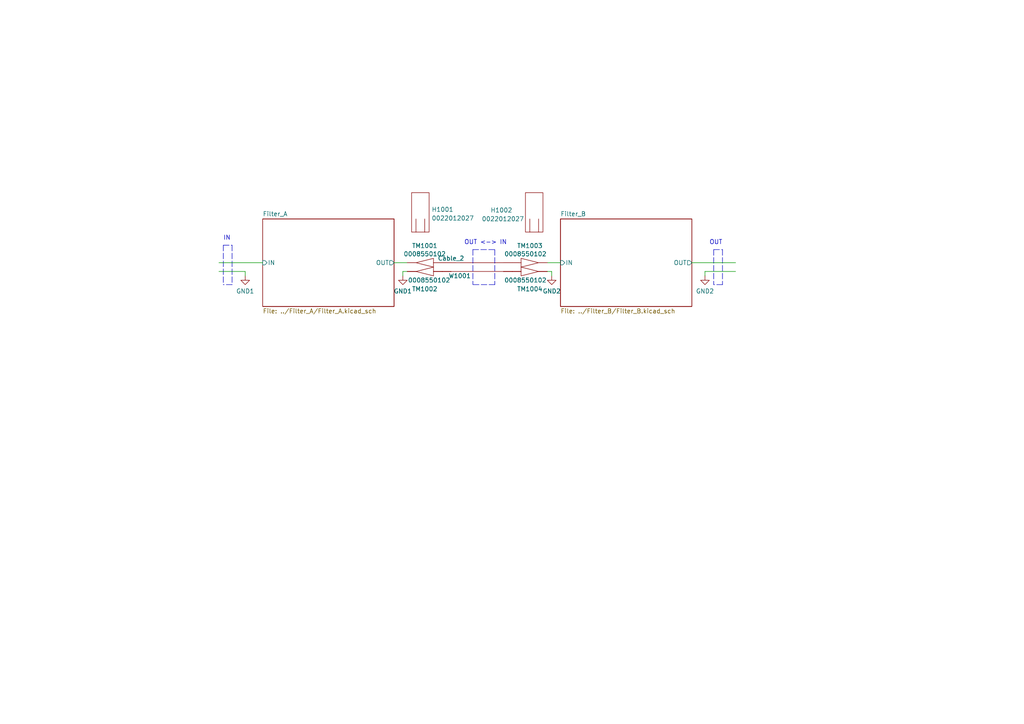
<source format=kicad_sch>
(kicad_sch (version 20211123) (generator eeschema)
  (paper "A4")
  (title_block (title "Filter A + B (Top level)"))
  (lib_symbols
    (symbol "Syms:Cable_2" (pin_numbers hide) (pin_names hide) (on_board no)
      (property "Reference" "W?" (at 0 2.54 0))
      (property "Value" "Cable_2" (at 0 -2.54 0))
      (symbol "Cable_2_0_1"
        (polyline (pts (xy -7.62 -1.27) (xy 7.62 -1.27)) (stroke (width 0.1524)))
        (polyline (pts (xy -7.62 1.27) (xy 7.62 1.27)) (stroke (width 0.1524)))
      )
      (symbol "Cable_2_1_1"
        (pin passive line (at -10.16 1.27 0) (length 2.54) (name "A1") (number ""))
        (pin passive line (at -10.16 -1.27 0) (length 2.54) (name "A2") (number ""))
        (pin passive line (at 10.16 1.27 180) (length 2.54) (name "B1") (number ""))
        (pin passive line (at 10.16 -1.27 180) (length 2.54) (name "B2") (number ""))
      )
    )
    (symbol "Syms:Housing_2" (pin_numbers hide) (pin_names hide)
      (property "Reference" "H?" (at 0 7.62 0))
      (property "Value" "Housing_2" (at 0 -6.35 0))
      (symbol "Housing_2_0_1"
        (polyline (pts (xy -1.27 -5.08) (xy -1.27 -1.27)) (stroke (width 0.1524)))
        (polyline (pts (xy 1.27 -5.08) (xy 1.27 -1.27)) (stroke (width 0.1524)))
        (polyline (pts (xy -2.54 6.35) (xy 2.54 6.35) (xy 2.54 -5.08) (xy -2.54 -5.08) (xy -2.54 6.35)) (stroke (width 0.1524)))
      )
    )
    (symbol "Syms:Terminal" (pin_numbers hide) (pin_names hide)
      (property "Reference" "TM?" (at 0 2.54 0))
      (property "Value" "Terminal" (at 0 -2.54 0))
      (symbol "Terminal_0_1"
        (polyline (pts (xy -2.54 1.27) (xy -2.54 -1.27) (xy 2.54 0) (xy -2.54 1.27)) (stroke (width 0.1524)))
      )
      (symbol "Terminal_1_1"
        (pin passive line (at -5.08 0 0) (length 2.54) (name "1") (number ""))
        (pin passive line (at 5.08 0 180) (length 2.54) (name "2") (number ""))
      )
    )
    (symbol "Terminal_1" (pin_numbers hide) (pin_names hide)
      (property "Reference" "TM?" (at 0 2.54 0))
      (property "Value" "Terminal_1" (at 0 -2.54 0))
      (symbol "Terminal_1_0_1"
        (polyline (pts (xy -2.54 1.27) (xy -2.54 -1.27) (xy 2.54 0) (xy -2.54 1.27)) (stroke (width 0.1524)))
      )
      (symbol "Terminal_1_1_1"
        (pin passive line (at -5.08 0 0) (length 2.54) (name "1") (number ""))
        (pin passive line (at 5.08 0 180) (length 2.54) (name "2") (number ""))
      )
    )
    (symbol "Terminal_2" (pin_numbers hide) (pin_names hide)
      (property "Reference" "TM?" (at 0 2.54 0))
      (property "Value" "Terminal_2" (at 0 -2.54 0))
      (symbol "Terminal_2_0_1"
        (polyline (pts (xy -2.54 1.27) (xy -2.54 -1.27) (xy 2.54 0) (xy -2.54 1.27)) (stroke (width 0.1524)))
      )
      (symbol "Terminal_2_1_1"
        (pin passive line (at -5.08 0 0) (length 2.54) (name "1") (number ""))
        (pin passive line (at 5.08 0 180) (length 2.54) (name "2") (number ""))
      )
    )
    (symbol "Terminal_3" (pin_numbers hide) (pin_names hide)
      (property "Reference" "TM?" (at 0 2.54 0))
      (property "Value" "Terminal_3" (at 0 -2.54 0))
      (symbol "Terminal_3_0_1"
        (polyline (pts (xy -2.54 1.27) (xy -2.54 -1.27) (xy 2.54 0) (xy -2.54 1.27)) (stroke (width 0.1524)))
      )
      (symbol "Terminal_3_1_1"
        (pin passive line (at -5.08 0 0) (length 2.54) (name "1") (number ""))
        (pin passive line (at 5.08 0 180) (length 2.54) (name "2") (number ""))
      )
    )
    (symbol "power:GND1" (power) (pin_names (offset 0))
      (property "Value" "GND1" (at 0 -3.81 0))
      (symbol "GND1_0_1"
        (polyline (pts (xy 0 0) (xy 0 -1.27) (xy 1.27 -1.27) (xy 0 -2.54) (xy -1.27 -1.27) (xy 0 -1.27)))
      )
      (symbol "GND1_1_1"
        (pin power_in line (at 0 0 270) (length 0) hide (name "GND1") (number "1"))
      )
    )
    (symbol "power:GND2" (power) (pin_names (offset 0))
      (property "Value" "GND2" (at 0 -3.81 0))
      (symbol "GND2_0_1"
        (polyline (pts (xy 0 0) (xy 0 -1.27) (xy 1.27 -1.27) (xy 0 -2.54) (xy -1.27 -1.27) (xy 0 -1.27)))
      )
      (symbol "GND2_1_1"
        (pin power_in line (at 0 0 270) (length 0) hide (name "GND2") (number "1"))
      )
    )
  )
  (wire (pts (xy 204.47 78.74) (xy 213.36 78.74)))
  (polyline (pts (xy 143.51 82.55) (xy 137.16 82.55)))
  (polyline (pts (xy 143.51 72.39) (xy 143.51 82.55)))
  (wire (pts (xy 71.12 80.01) (xy 71.12 78.74)))
  (wire (pts (xy 158.75 78.74) (xy 160.02 78.74)))
  (wire (pts (xy 204.47 80.01) (xy 204.47 78.74)))
  (wire (pts (xy 200.66 76.2) (xy 213.36 76.2)))
  (polyline (pts (xy 209.55 72.39) (xy 209.55 82.55)))
  (polyline (pts (xy 137.16 72.39) (xy 143.51 72.39)))
  (wire (pts (xy 160.02 78.74) (xy 160.02 80.01)))
  (wire (pts (xy 114.3 76.2) (xy 118.11 76.2)))
  (polyline (pts (xy 64.77 71.12) (xy 67.31 71.12)))
  (polyline (pts (xy 207.01 72.39) (xy 207.01 82.55)))
  (polyline (pts (xy 67.31 71.12) (xy 67.31 82.55)))
  (polyline (pts (xy 137.16 72.39) (xy 137.16 82.55)))
  (polyline (pts (xy 67.31 82.55) (xy 64.77 82.55)))
  (wire (pts (xy 63.5 78.74) (xy 71.12 78.74)))
  (wire (pts (xy 116.84 78.74) (xy 118.11 78.74)))
  (wire (pts (xy 158.75 76.2) (xy 162.56 76.2)))
  (wire (pts (xy 63.5 76.2) (xy 76.2 76.2)))
  (polyline (pts (xy 207.01 72.39) (xy 209.55 72.39)))
  (polyline (pts (xy 209.55 82.55) (xy 207.01 82.55)))
  (wire (pts (xy 116.84 80.01) (xy 116.84 78.74)))
  (polyline (pts (xy 64.77 71.12) (xy 64.77 82.55)))
  (text "OUT <-> IN" (at 134.62 71.12 0) (effects (font (size 1.27 1.27)) (justify left bottom)))
  (text "OUT" (at 205.74 71.12 0) (effects (font (size 1.27 1.27)) (justify left bottom)))
  (text "IN" (at 64.77 69.85 0) (effects (font (size 1.27 1.27)) (justify left bottom)))
  (symbol (lib_id "power:GND1") (at 71.12 80.01 0) (unit 1)
    (property "Reference" "#PWR0106" (effects hide))
    (property "Value" "GND1" (at 71.12 84.4534 0))
  )
  (symbol (lib_name "Terminal_1") (lib_id "Syms:Terminal") (at 123.19 76.2 180) (unit 1)
    (property "Reference" "TM1001" (at 123.19 71.281 0))
    (property "Value" "0008550102" (at 123.19 73.66 0))
    (property "Datasheet" "https://www.molex.com/pdm_docs/sd/008550102_sd.pdf" (effects hide))
    (property "digikey#" "WM2312-ND" (effects hide))
    (property "manf" "Molex" (effects hide))
    (property "manf#" "0008550102" (effects hide))
  )
  (symbol (lib_id "power:GND2") (at 160.02 80.01 0) (unit 1)
    (property "Reference" "#PWR0108" (effects hide))
    (property "Value" "GND2" (at 160.02 84.4534 0))
  )
  (symbol (lib_id "power:GND2") (at 204.47 80.01 0) (unit 1)
    (property "Reference" "#PWR0107" (effects hide))
    (property "Value" "GND2" (at 204.47 84.4534 0))
  )
  (symbol (lib_id "Syms:Terminal") (at 153.67 78.74 0) (unit 1)
    (property "Reference" "TM1004" (at 153.67 83.82 0))
    (property "Value" "0008550102" (at 152.4 81.28 0))
    (property "Datasheet" "https://www.molex.com/pdm_docs/sd/008550102_sd.pdf" (effects hide))
    (property "digikey#" "WM2312-ND" (effects hide))
    (property "manf" "Molex" (effects hide))
    (property "manf#" "0008550102" (effects hide))
  )
  (symbol (lib_id "Syms:Housing_2") (at 154.94 62.23 0) (unit 1)
    (property "Reference" "H1002" (at 142.24 60.96 0) (effects (justify left)))
    (property "Value" "0022012027" (at 139.7 63.5 0) (effects (justify left)))
    (property "Datasheet" "https://www.molex.com/pdm_docs/sd/022012027_sd.pdf" (effects hide))
    (property "manf#" "0022012027" (effects hide))
    (property "manf" "Molex" (effects hide))
    (property "digikey#" "WM2011-ND" (effects hide))
  )
  (symbol (lib_name "Terminal_2") (lib_id "Syms:Terminal") (at 153.67 76.2 0) (unit 1)
    (property "Reference" "TM1003" (at 153.67 71.281 0))
    (property "Value" "0008550102" (at 152.4 73.66 0))
    (property "Datasheet" "https://www.molex.com/pdm_docs/sd/008550102_sd.pdf" (effects hide))
    (property "digikey#" "WM2312-ND" (effects hide))
    (property "manf" "Molex" (effects hide))
    (property "manf#" "0008550102" (effects hide))
  )
  (symbol (lib_id "Syms:Housing_2") (at 121.92 62.23 0) (unit 1)
    (property "Reference" "H1001" (at 125.1712 60.7603 0) (effects (justify left)))
    (property "Value" "0022012027" (at 125.1712 63.2972 0) (effects (justify left)))
    (property "Datasheet" "https://www.molex.com/pdm_docs/sd/022012027_sd.pdf" (effects hide))
    (property "manf#" "0022012027" (effects hide))
    (property "manf" "Molex" (effects hide))
    (property "digikey#" "WM2011-ND" (effects hide))
  )
  (symbol (lib_name "Terminal_3") (lib_id "Syms:Terminal") (at 123.19 78.74 180) (unit 1)
    (property "Reference" "TM1002" (at 123.19 83.82 0))
    (property "Value" "0008550102" (at 124.46 81.28 0))
    (property "Datasheet" "https://www.molex.com/pdm_docs/sd/008550102_sd.pdf" (effects hide))
    (property "manf#" "0008550102" (effects hide))
    (property "manf" "Molex" (effects hide))
    (property "digikey#" "WM2312-ND" (effects hide))
  )
  (symbol (lib_id "power:GND1") (at 116.84 80.01 0) (unit 1)
    (property "Reference" "#PWR0105" (effects hide))
    (property "Value" "GND1" (at 116.84 84.4534 0))
  )
  (symbol (lib_id "Syms:Cable_2") (at 138.43 77.47 0) (unit 1) (on_board no)
    (property "Reference" "W1001" (at 133.35 80.01 0))
    (property "Value" "Cable_2" (at 130.81 74.93 0))
  )
  (sheet (at 76.2 63.5) (size 38.1 25.4) (stroke (width 0.1524))
    (property "Sheet name" "Filter_A" (at 76.2 62.7884 0) (effects (justify left bottom)))
    (property "Sheet file" "../Filter_A/Filter_A.kicad_sch" (at 76.2 89.4846 0) (effects (justify left top)))
    (pin "IN" input (at 76.2 76.2 180))
    (pin "OUT" output (at 114.3 76.2 0))
  )
  (sheet (at 162.56 63.5) (size 38.1 25.4) (stroke (width 0.1524))
    (property "Sheet name" "Filter_B" (at 162.56 62.7884 0) (effects (justify left bottom)))
    (property "Sheet file" "../Filter_B/Filter_B.kicad_sch" (at 162.56 89.4846 0) (effects (justify left top)))
    (pin "IN" input (at 162.56 76.2 180))
    (pin "OUT" output (at 200.66 76.2 0))
  )
)
</source>
